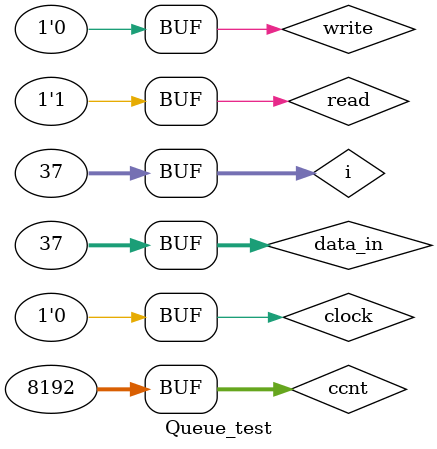
<source format=v>
`timescale 1ps/1ps

module Queue_test;

    integer ccnt;
    wire clock;

    assign clock = ccnt[0];
    initial
        for (ccnt = 0; ccnt < 8192; ccnt = ccnt + 1)
            #10;

    reg read, write;
    reg [31:0] data_in;

    wire [31:0] data_out;
    wire full, empty;

    Queue queue
    (
        .clock(clock),

        .read(read),
        .write(write),

        .data_in(data_in),

        .full(full),
        .empty(empty),

        .data_out(data_out)
    );
    defparam queue.LEN_NBITS = 4;

    integer i;
    
    initial begin

        read = 1'b0;
        write = 1'b1;
        for (i = 0; i < (2 << 4) + 5; i = i + 1) begin
            data_in = i + 1;
            #20;
        end

        write = 1'b0;
        read = 1'b1;
        for (i = 0; i < (2 << 4) + 5; i = i + 1)
            #20;

        write = 1'b1;
        read = 1'b0;
        for (i = 0; i < (2 << 4) + 5; i = i + 1) begin
            data_in = i + 1;
            #20;
        end

        write = 1'b0;
        read = 1'b1;
        for (i = 0; i < (2 << 4) + 5; i = i + 1)
            #20;
    end

endmodule
</source>
